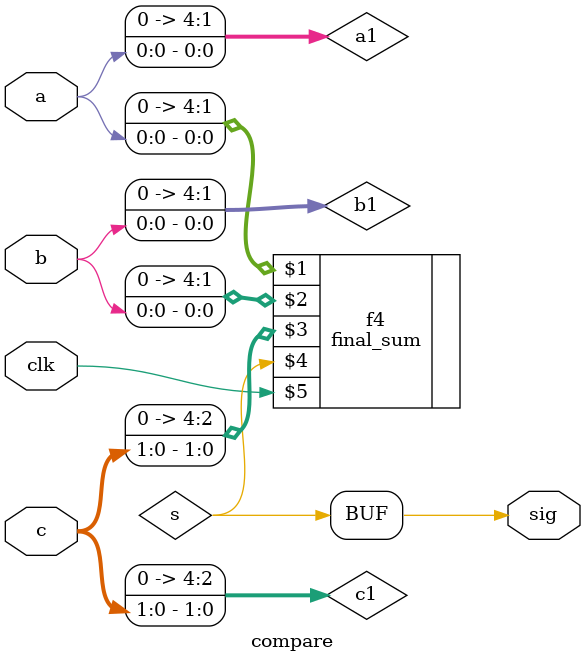
<source format=v>
`timescale 1ns / 1ps
`include "final_sum.v"
module compare(a,b,c,clk,sig);
input [1:0] c;
input a,b,clk;
output sig;

wire [4:0] a1,b1,c1;
assign a1 = {4'b0, a};
assign b1 = {4'b0, b};
assign c1 = {3'b0, c};
wire s;

final_sum f4 (a1,b1,c1,s,clk);

assign sig = s;
endmodule

</source>
